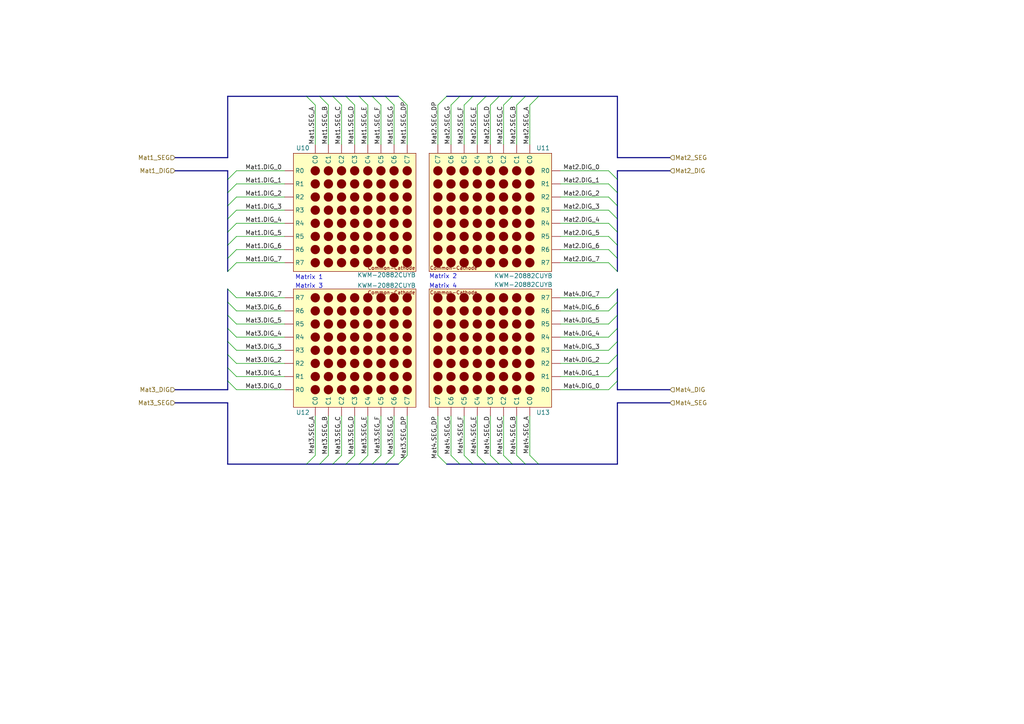
<source format=kicad_sch>
(kicad_sch (version 20231120) (generator "eeschema") (generator_version "8.0")
  (paper "A4")
  (title_block (title "Kitchen_Timer - LED Matrices Display") (date "2025-01-26") (rev "v01") (comment 2 "creativecommons.org/licences/4.0/") (comment 3 "Licence: CC BY 4.0") (comment 4 "Author: Nicolas Perozzi"))
  (lib_symbols
    (symbol "kitchen_timer-symbols_lib:LED_Matrix_KWM-2088XUYB"
      (property "Reference" "U" (at -23.368 20.828 0))
      (property "Value" "KWM-20882CUYB" (at 3.048 -17.018 0))
      (symbol "LED_Matrix_KWM-2088XUYB_1_1"
        (rectangle (start -24.13 19.05) (end 11.43 -15.24) (fill (type background)))
        (circle (center -17.78 -12.7) (radius 1.27) (fill (type outline)))
        (circle (center -17.78 -8.89) (radius 1.27) (fill (type outline)))
        (circle (center -17.78 -5.08) (radius 1.27) (fill (type outline)))
        (circle (center -17.78 -1.27) (radius 1.27) (fill (type outline)))
        (circle (center -17.78 2.54) (radius 1.27) (fill (type outline)))
        (circle (center -17.78 6.35) (radius 1.27) (fill (type outline)))
        (circle (center -17.78 10.16) (radius 1.27) (fill (type outline)))
        (circle (center -17.78 13.97) (radius 1.27) (fill (type outline)))
        (circle (center -13.97 -12.7) (radius 1.27) (fill (type outline)))
        (circle (center -13.97 -8.89) (radius 1.27) (fill (type outline)))
        (circle (center -13.97 -5.08) (radius 1.27) (fill (type outline)))
        (circle (center -13.97 -1.27) (radius 1.27) (fill (type outline)))
        (circle (center -13.97 2.54) (radius 1.27) (fill (type outline)))
        (circle (center -13.97 6.35) (radius 1.27) (fill (type outline)))
        (circle (center -13.97 10.16) (radius 1.27) (fill (type outline)))
        (circle (center -13.97 13.97) (radius 1.27) (fill (type outline)))
        (circle (center -10.16 -12.7) (radius 1.27) (fill (type outline)))
        (circle (center -10.16 -8.89) (radius 1.27) (fill (type outline)))
        (circle (center -10.16 -5.08) (radius 1.27) (fill (type outline)))
        (circle (center -10.16 -1.27) (radius 1.27) (fill (type outline)))
        (circle (center -10.16 2.54) (radius 1.27) (fill (type outline)))
        (circle (center -10.16 6.35) (radius 1.27) (fill (type outline)))
        (circle (center -10.16 10.16) (radius 1.27) (fill (type outline)))
        (circle (center -10.16 13.97) (radius 1.27) (fill (type outline)))
        (circle (center -6.35 -12.7) (radius 1.27) (fill (type outline)))
        (circle (center -6.35 -8.89) (radius 1.27) (fill (type outline)))
        (circle (center -6.35 -5.08) (radius 1.27) (fill (type outline)))
        (circle (center -6.35 -1.27) (radius 1.27) (fill (type outline)))
        (circle (center -6.35 2.54) (radius 1.27) (fill (type outline)))
        (circle (center -6.35 6.35) (radius 1.27) (fill (type outline)))
        (circle (center -6.35 10.16) (radius 1.27) (fill (type outline)))
        (circle (center -6.35 13.97) (radius 1.27) (fill (type outline)))
        (circle (center -2.54 -12.7) (radius 1.27) (fill (type outline)))
        (circle (center -2.54 -8.89) (radius 1.27) (fill (type outline)))
        (circle (center -2.54 -5.08) (radius 1.27) (fill (type outline)))
        (circle (center -2.54 -1.27) (radius 1.27) (fill (type outline)))
        (circle (center -2.54 2.54) (radius 1.27) (fill (type outline)))
        (circle (center -2.54 6.35) (radius 1.27) (fill (type outline)))
        (circle (center -2.54 10.16) (radius 1.27) (fill (type outline)))
        (circle (center -2.54 13.97) (radius 1.27) (fill (type outline)))
        (circle (center 1.27 -12.7) (radius 1.27) (fill (type outline)))
        (circle (center 1.27 -8.89) (radius 1.27) (fill (type outline)))
        (circle (center 1.27 -5.08) (radius 1.27) (fill (type outline)))
        (circle (center 1.27 -1.27) (radius 1.27) (fill (type outline)))
        (circle (center 1.27 2.54) (radius 1.27) (fill (type outline)))
        (circle (center 1.27 6.35) (radius 1.27) (fill (type outline)))
        (circle (center 1.27 10.16) (radius 1.27) (fill (type outline)))
        (circle (center 1.27 13.97) (radius 1.27) (fill (type outline)))
        (circle (center 5.08 -12.7) (radius 1.27) (fill (type outline)))
        (circle (center 5.08 -8.89) (radius 1.27) (fill (type outline)))
        (circle (center 5.08 -5.08) (radius 1.27) (fill (type outline)))
        (circle (center 5.08 -1.27) (radius 1.27) (fill (type outline)))
        (circle (center 5.08 2.54) (radius 1.27) (fill (type outline)))
        (circle (center 5.08 6.35) (radius 1.27) (fill (type outline)))
        (circle (center 5.08 10.16) (radius 1.27) (fill (type outline)))
        (circle (center 5.08 13.97) (radius 1.27) (fill (type outline)))
        (circle (center 8.89 -12.7) (radius 1.27) (fill (type outline)))
        (circle (center 8.89 -8.89) (radius 1.27) (fill (type outline)))
        (circle (center 8.89 -5.08) (radius 1.27) (fill (type outline)))
        (circle (center 8.89 -1.27) (radius 1.27) (fill (type outline)))
        (circle (center 8.89 2.54) (radius 1.27) (fill (type outline)))
        (circle (center 8.89 6.35) (radius 1.27) (fill (type outline)))
        (circle (center 8.89 10.16) (radius 1.27) (fill (type outline)))
        (circle (center 8.89 13.97) (radius 1.27) (fill (type outline)))
        (text "Common-Cathode" (at 4.318 -14.224 0) (effects (font (size 1 1))))
        (pin input line (at -17.78 21.59 270) (length 2.54) (name "C0") (number ""))
        (pin input line (at -13.97 21.59 270) (length 2.54) (name "C1") (number ""))
        (pin input line (at -10.16 21.59 270) (length 2.54) (name "C2") (number ""))
        (pin input line (at -6.35 21.59 270) (length 2.54) (name "C3") (number ""))
        (pin input line (at -2.54 21.59 270) (length 2.54) (name "C4") (number ""))
        (pin input line (at 1.27 21.59 270) (length 2.54) (name "C5") (number ""))
        (pin input line (at 5.08 21.59 270) (length 2.54) (name "C6") (number ""))
        (pin input line (at 8.89 21.59 270) (length 2.54) (name "C7") (number ""))
        (pin input line (at -26.67 13.97 0) (length 2.54) (name "R0") (number ""))
        (pin input line (at -26.67 10.16 0) (length 2.54) (name "R1") (number ""))
        (pin input line (at -26.67 6.35 0) (length 2.54) (name "R2") (number ""))
        (pin input line (at -26.67 2.54 0) (length 2.54) (name "R3") (number ""))
        (pin input line (at -26.67 -1.27 0) (length 2.54) (name "R4") (number ""))
        (pin input line (at -26.67 -5.08 0) (length 2.54) (name "R5") (number ""))
        (pin input line (at -26.67 -8.89 0) (length 2.54) (name "R6") (number ""))
        (pin input line (at -26.67 -12.7 0) (length 2.54) (name "R7") (number ""))
      )
    )
  )
  (bus_entry (at 179.07 95.25) (size -2.54 2.54))
  (bus_entry (at 179.07 83.82) (size -2.54 2.54))
  (bus_entry (at 66.04 110.49) (size 2.54 2.54))
  (bus_entry (at 66.04 83.82) (size 2.54 2.54))
  (bus_entry (at 104.14 27.94) (size 2.54 2.54))
  (bus_entry (at 100.33 27.94) (size 2.54 2.54))
  (bus_entry (at 179.07 55.88) (size -2.54 -2.54))
  (bus_entry (at 111.76 134.62) (size 2.54 -2.54))
  (bus_entry (at 115.57 134.62) (size 2.54 -2.54))
  (bus_entry (at 66.04 95.25) (size 2.54 2.54))
  (bus_entry (at 66.04 91.44) (size 2.54 2.54))
  (bus_entry (at 179.07 110.49) (size -2.54 2.54))
  (bus_entry (at 129.54 27.94) (size -2.54 2.54))
  (bus_entry (at 92.71 27.94) (size 2.54 2.54))
  (bus_entry (at 148.59 27.94) (size -2.54 2.54))
  (bus_entry (at 179.07 91.44) (size -2.54 2.54))
  (bus_entry (at 66.04 102.87) (size 2.54 2.54))
  (bus_entry (at 140.97 134.62) (size -2.54 -2.54))
  (bus_entry (at 156.21 27.94) (size -2.54 2.54))
  (bus_entry (at 66.04 55.88) (size 2.54 -2.54))
  (bus_entry (at 107.95 27.94) (size 2.54 2.54))
  (bus_entry (at 179.07 67.31) (size -2.54 -2.54))
  (bus_entry (at 137.16 27.94) (size -2.54 2.54))
  (bus_entry (at 129.54 134.62) (size -2.54 -2.54))
  (bus_entry (at 115.57 27.94) (size 2.54 2.54))
  (bus_entry (at 133.35 134.62) (size -2.54 -2.54))
  (bus_entry (at 156.21 134.62) (size -2.54 -2.54))
  (bus_entry (at 88.9 134.62) (size 2.54 -2.54))
  (bus_entry (at 152.4 134.62) (size -2.54 -2.54))
  (bus_entry (at 107.95 134.62) (size 2.54 -2.54))
  (bus_entry (at 96.52 134.62) (size 2.54 -2.54))
  (bus_entry (at 144.78 27.94) (size -2.54 2.54))
  (bus_entry (at 179.07 78.74) (size -2.54 -2.54))
  (bus_entry (at 66.04 78.74) (size 2.54 -2.54))
  (bus_entry (at 179.07 52.07) (size -2.54 -2.54))
  (bus_entry (at 148.59 134.62) (size -2.54 -2.54))
  (bus_entry (at 96.52 27.94) (size 2.54 2.54))
  (bus_entry (at 66.04 99.06) (size 2.54 2.54))
  (bus_entry (at 179.07 74.93) (size -2.54 -2.54))
  (bus_entry (at 179.07 106.68) (size -2.54 2.54))
  (bus_entry (at 179.07 59.69) (size -2.54 -2.54))
  (bus_entry (at 92.71 134.62) (size 2.54 -2.54))
  (bus_entry (at 179.07 71.12) (size -2.54 -2.54))
  (bus_entry (at 152.4 27.94) (size -2.54 2.54))
  (bus_entry (at 104.14 134.62) (size 2.54 -2.54))
  (bus_entry (at 140.97 27.94) (size -2.54 2.54))
  (bus_entry (at 179.07 99.06) (size -2.54 2.54))
  (bus_entry (at 66.04 106.68) (size 2.54 2.54))
  (bus_entry (at 100.33 134.62) (size 2.54 -2.54))
  (bus_entry (at 88.9 27.94) (size 2.54 2.54))
  (bus_entry (at 66.04 87.63) (size 2.54 2.54))
  (bus_entry (at 179.07 102.87) (size -2.54 2.54))
  (bus_entry (at 137.16 134.62) (size -2.54 -2.54))
  (bus_entry (at 66.04 59.69) (size 2.54 -2.54))
  (bus_entry (at 179.07 87.63) (size -2.54 2.54))
  (bus_entry (at 66.04 52.07) (size 2.54 -2.54))
  (bus_entry (at 66.04 67.31) (size 2.54 -2.54))
  (bus_entry (at 144.78 134.62) (size -2.54 -2.54))
  (bus_entry (at 179.07 63.5) (size -2.54 -2.54))
  (bus_entry (at 66.04 71.12) (size 2.54 -2.54))
  (bus_entry (at 66.04 63.5) (size 2.54 -2.54))
  (bus_entry (at 133.35 27.94) (size -2.54 2.54))
  (bus_entry (at 111.76 27.94) (size 2.54 2.54))
  (bus_entry (at 66.04 74.93) (size 2.54 -2.54))
  (bus (pts (xy 107.95 27.94) (xy 111.76 27.94)))
  (wire (pts (xy 68.58 53.34) (xy 82.55 53.34)))
  (wire (pts (xy 68.58 97.79) (xy 82.55 97.79)))
  (bus (pts (xy 194.31 113.03) (xy 179.07 113.03)))
  (bus (pts (xy 137.16 134.62) (xy 133.35 134.62)))
  (wire (pts (xy 176.53 105.41) (xy 162.56 105.41)))
  (wire (pts (xy 99.06 132.08) (xy 99.06 120.65)))
  (wire (pts (xy 146.05 132.08) (xy 146.05 120.65)))
  (bus (pts (xy 50.8 45.72) (xy 66.04 45.72)))
  (bus (pts (xy 66.04 91.44) (xy 66.04 87.63)))
  (wire (pts (xy 176.53 93.98) (xy 162.56 93.98)))
  (bus (pts (xy 140.97 134.62) (xy 137.16 134.62)))
  (wire (pts (xy 176.53 68.58) (xy 162.56 68.58)))
  (bus (pts (xy 50.8 49.53) (xy 66.04 49.53)))
  (wire (pts (xy 146.05 30.48) (xy 146.05 41.91)))
  (wire (pts (xy 68.58 76.2) (xy 82.55 76.2)))
  (bus (pts (xy 66.04 45.72) (xy 66.04 27.94)))
  (wire (pts (xy 176.53 60.96) (xy 162.56 60.96)))
  (bus (pts (xy 148.59 27.94) (xy 144.78 27.94)))
  (bus (pts (xy 137.16 27.94) (xy 133.35 27.94)))
  (wire (pts (xy 68.58 90.17) (xy 82.55 90.17)))
  (bus (pts (xy 179.07 59.69) (xy 179.07 63.5)))
  (wire (pts (xy 68.58 57.15) (xy 82.55 57.15)))
  (bus (pts (xy 66.04 110.49) (xy 66.04 106.68)))
  (bus (pts (xy 194.31 49.53) (xy 179.07 49.53)))
  (bus (pts (xy 66.04 67.31) (xy 66.04 71.12)))
  (bus (pts (xy 66.04 99.06) (xy 66.04 95.25)))
  (bus (pts (xy 152.4 27.94) (xy 148.59 27.94)))
  (wire (pts (xy 68.58 72.39) (xy 82.55 72.39)))
  (wire (pts (xy 138.43 30.48) (xy 138.43 41.91)))
  (bus (pts (xy 179.07 45.72) (xy 179.07 27.94)))
  (wire (pts (xy 110.49 132.08) (xy 110.49 120.65)))
  (bus (pts (xy 156.21 134.62) (xy 152.4 134.62)))
  (bus (pts (xy 179.07 87.63) (xy 179.07 83.82)))
  (wire (pts (xy 68.58 113.03) (xy 82.55 113.03)))
  (wire (pts (xy 91.44 30.48) (xy 91.44 41.91)))
  (wire (pts (xy 176.53 76.2) (xy 162.56 76.2)))
  (bus (pts (xy 179.07 106.68) (xy 179.07 102.87)))
  (wire (pts (xy 106.68 132.08) (xy 106.68 120.65)))
  (bus (pts (xy 156.21 27.94) (xy 152.4 27.94)))
  (wire (pts (xy 68.58 64.77) (xy 82.55 64.77)))
  (wire (pts (xy 91.44 132.08) (xy 91.44 120.65)))
  (bus (pts (xy 179.07 95.25) (xy 179.07 91.44)))
  (bus (pts (xy 50.8 113.03) (xy 66.04 113.03)))
  (wire (pts (xy 134.62 132.08) (xy 134.62 120.65)))
  (wire (pts (xy 142.24 30.48) (xy 142.24 41.91)))
  (bus (pts (xy 104.14 134.62) (xy 107.95 134.62)))
  (bus (pts (xy 111.76 27.94) (xy 115.57 27.94)))
  (bus (pts (xy 100.33 134.62) (xy 104.14 134.62)))
  (bus (pts (xy 111.76 134.62) (xy 115.57 134.62)))
  (wire (pts (xy 118.11 30.48) (xy 118.11 41.91)))
  (bus (pts (xy 148.59 134.62) (xy 144.78 134.62)))
  (wire (pts (xy 68.58 68.58) (xy 82.55 68.58)))
  (wire (pts (xy 130.81 30.48) (xy 130.81 41.91)))
  (wire (pts (xy 68.58 86.36) (xy 82.55 86.36)))
  (bus (pts (xy 179.07 113.03) (xy 179.07 110.49)))
  (bus (pts (xy 179.07 99.06) (xy 179.07 95.25)))
  (bus (pts (xy 66.04 55.88) (xy 66.04 59.69)))
  (wire (pts (xy 118.11 132.08) (xy 118.11 120.65)))
  (bus (pts (xy 66.04 27.94) (xy 88.9 27.94)))
  (bus (pts (xy 92.71 134.62) (xy 96.52 134.62)))
  (wire (pts (xy 134.62 30.48) (xy 134.62 41.91)))
  (bus (pts (xy 66.04 71.12) (xy 66.04 74.93)))
  (bus (pts (xy 66.04 113.03) (xy 66.04 110.49)))
  (bus (pts (xy 179.07 74.93) (xy 179.07 78.74)))
  (bus (pts (xy 133.35 134.62) (xy 129.54 134.62)))
  (wire (pts (xy 127 30.48) (xy 127 41.91)))
  (wire (pts (xy 138.43 132.08) (xy 138.43 120.65)))
  (wire (pts (xy 106.68 30.48) (xy 106.68 41.91)))
  (bus (pts (xy 88.9 134.62) (xy 92.71 134.62)))
  (wire (pts (xy 68.58 93.98) (xy 82.55 93.98)))
  (bus (pts (xy 66.04 52.07) (xy 66.04 55.88)))
  (bus (pts (xy 179.07 67.31) (xy 179.07 71.12)))
  (bus (pts (xy 179.07 110.49) (xy 179.07 106.68)))
  (bus (pts (xy 66.04 134.62) (xy 88.9 134.62)))
  (wire (pts (xy 68.58 60.96) (xy 82.55 60.96)))
  (wire (pts (xy 176.53 86.36) (xy 162.56 86.36)))
  (wire (pts (xy 176.53 64.77) (xy 162.56 64.77)))
  (bus (pts (xy 107.95 134.62) (xy 111.76 134.62)))
  (bus (pts (xy 194.31 45.72) (xy 179.07 45.72)))
  (bus (pts (xy 66.04 106.68) (xy 66.04 102.87)))
  (bus (pts (xy 152.4 134.62) (xy 148.59 134.62)))
  (bus (pts (xy 66.04 74.93) (xy 66.04 78.74)))
  (bus (pts (xy 179.07 71.12) (xy 179.07 74.93)))
  (bus (pts (xy 194.31 116.84) (xy 179.07 116.84)))
  (bus (pts (xy 179.07 27.94) (xy 156.21 27.94)))
  (wire (pts (xy 176.53 57.15) (xy 162.56 57.15)))
  (wire (pts (xy 68.58 49.53) (xy 82.55 49.53)))
  (bus (pts (xy 179.07 63.5) (xy 179.07 67.31)))
  (wire (pts (xy 95.25 132.08) (xy 95.25 120.65)))
  (wire (pts (xy 95.25 30.48) (xy 95.25 41.91)))
  (wire (pts (xy 176.53 109.22) (xy 162.56 109.22)))
  (bus (pts (xy 66.04 59.69) (xy 66.04 63.5)))
  (wire (pts (xy 149.86 30.48) (xy 149.86 41.91)))
  (wire (pts (xy 130.81 132.08) (xy 130.81 120.65)))
  (bus (pts (xy 96.52 134.62) (xy 100.33 134.62)))
  (wire (pts (xy 176.53 90.17) (xy 162.56 90.17)))
  (wire (pts (xy 176.53 97.79) (xy 162.56 97.79)))
  (bus (pts (xy 66.04 63.5) (xy 66.04 67.31)))
  (wire (pts (xy 114.3 132.08) (xy 114.3 120.65)))
  (bus (pts (xy 179.07 55.88) (xy 179.07 59.69)))
  (bus (pts (xy 100.33 27.94) (xy 104.14 27.94)))
  (bus (pts (xy 92.71 27.94) (xy 96.52 27.94)))
  (bus (pts (xy 96.52 27.94) (xy 100.33 27.94)))
  (bus (pts (xy 66.04 95.25) (xy 66.04 91.44)))
  (bus (pts (xy 179.07 102.87) (xy 179.07 99.06)))
  (wire (pts (xy 114.3 30.48) (xy 114.3 41.91)))
  (bus (pts (xy 144.78 27.94) (xy 140.97 27.94)))
  (wire (pts (xy 68.58 101.6) (xy 82.55 101.6)))
  (wire (pts (xy 142.24 132.08) (xy 142.24 120.65)))
  (bus (pts (xy 50.8 116.84) (xy 66.04 116.84)))
  (wire (pts (xy 149.86 132.08) (xy 149.86 120.65)))
  (wire (pts (xy 176.53 53.34) (xy 162.56 53.34)))
  (wire (pts (xy 176.53 101.6) (xy 162.56 101.6)))
  (wire (pts (xy 68.58 105.41) (xy 82.55 105.41)))
  (bus (pts (xy 179.07 49.53) (xy 179.07 52.07)))
  (wire (pts (xy 102.87 30.48) (xy 102.87 41.91)))
  (bus (pts (xy 66.04 116.84) (xy 66.04 134.62)))
  (bus (pts (xy 66.04 49.53) (xy 66.04 52.07)))
  (bus (pts (xy 179.07 91.44) (xy 179.07 87.63)))
  (wire (pts (xy 68.58 109.22) (xy 82.55 109.22)))
  (wire (pts (xy 176.53 72.39) (xy 162.56 72.39)))
  (wire (pts (xy 153.67 30.48) (xy 153.67 41.91)))
  (wire (pts (xy 153.67 132.08) (xy 153.67 120.65)))
  (bus (pts (xy 179.07 52.07) (xy 179.07 55.88)))
  (bus (pts (xy 179.07 134.62) (xy 156.21 134.62)))
  (bus (pts (xy 104.14 27.94) (xy 107.95 27.94)))
  (bus (pts (xy 144.78 134.62) (xy 140.97 134.62)))
  (bus (pts (xy 66.04 87.63) (xy 66.04 83.82)))
  (wire (pts (xy 127 132.08) (xy 127 120.65)))
  (wire (pts (xy 102.87 132.08) (xy 102.87 120.65)))
  (bus (pts (xy 179.07 116.84) (xy 179.07 134.62)))
  (wire (pts (xy 99.06 30.48) (xy 99.06 41.91)))
  (wire (pts (xy 176.53 113.03) (xy 162.56 113.03)))
  (bus (pts (xy 66.04 102.87) (xy 66.04 99.06)))
  (wire (pts (xy 110.49 30.48) (xy 110.49 41.91)))
  (bus (pts (xy 140.97 27.94) (xy 137.16 27.94)))
  (bus (pts (xy 133.35 27.94) (xy 129.54 27.94)))
  (bus (pts (xy 88.9 27.94) (xy 92.71 27.94)))
  (wire (pts (xy 176.53 49.53) (xy 162.56 49.53)))
  (text "Matrix 2" (at 128.524 80.264 0) (effects (font (size 1.27 1.27))))
  (text "Matrix 3" (at 89.662 83.058 0) (effects (font (size 1.27 1.27))))
  (text "Matrix 1" (at 89.662 80.518 0) (effects (font (size 1.27 1.27))))
  (text "Matrix 4" (at 128.524 83.058 0) (effects (font (size 1.27 1.27))))
  (label "Mat3.DIG_7" (at 71.12 86.36 0))
  (label "Mat1.DIG_3" (at 71.12 60.96 0))
  (label "Mat4.DIG_2" (at 173.99 105.41 180))
  (label "Mat1.DIG_1" (at 71.12 53.34 0))
  (label "Mat3.DIG_4" (at 71.12 97.79 0))
  (label "Mat4.DIG_5" (at 173.99 93.98 180))
  (label "Mat1.DIG_6" (at 71.12 72.39 0))
  (label "Mat2.SEG_C" (at 146.05 41.91 90))
  (label "Mat4.SEG_DP" (at 127 120.65 270))
  (label "Mat3.SEG_G" (at 114.3 120.65 270))
  (label "Mat3.DIG_2" (at 71.12 105.41 0))
  (label "Mat3.DIG_6" (at 71.12 90.17 0))
  (label "Mat4.SEG_D" (at 142.24 120.65 270))
  (label "Mat1.SEG_F" (at 110.49 41.91 90))
  (label "Mat2.SEG_G" (at 130.81 41.91 90))
  (label "Mat1.SEG_DP" (at 118.11 41.91 90))
  (label "Mat4.DIG_1" (at 173.99 109.22 180))
  (label "Mat2.SEG_B" (at 149.86 41.91 90))
  (label "Mat1.DIG_5" (at 71.12 68.58 0))
  (label "Mat1.DIG_7" (at 71.12 76.2 0))
  (label "Mat1.SEG_D" (at 102.87 41.91 90))
  (label "Mat2.DIG_5" (at 173.99 68.58 180))
  (label "Mat4.SEG_E" (at 138.43 120.65 270))
  (label "Mat2.SEG_DP" (at 127 41.91 90))
  (label "Mat3.DIG_5" (at 71.12 93.98 0))
  (label "Mat1.DIG_0" (at 71.12 49.53 0))
  (label "Mat2.SEG_E" (at 138.43 41.91 90))
  (label "Mat2.DIG_7" (at 173.99 76.2 180))
  (label "Mat4.DIG_4" (at 173.99 97.79 180))
  (label "Mat4.SEG_C" (at 146.05 120.65 270))
  (label "Mat4.SEG_G" (at 130.81 120.65 270))
  (label "Mat2.SEG_A" (at 153.67 41.91 90))
  (label "Mat3.SEG_DP" (at 118.11 120.65 270))
  (label "Mat2.DIG_6" (at 173.99 72.39 180))
  (label "Mat4.DIG_3" (at 173.99 101.6 180))
  (label "Mat2.DIG_1" (at 173.99 53.34 180))
  (label "Mat1.SEG_A" (at 91.44 41.91 90))
  (label "Mat4.SEG_B" (at 149.86 120.65 270))
  (label "Mat3.DIG_1" (at 71.12 109.22 0))
  (label "Mat4.DIG_7" (at 173.99 86.36 180))
  (label "Mat1.SEG_B" (at 95.25 41.91 90))
  (label "Mat3.SEG_A" (at 91.44 120.65 270))
  (label "Mat1.SEG_E" (at 106.68 41.91 90))
  (label "Mat4.SEG_A" (at 153.67 120.65 270))
  (label "Mat3.SEG_E" (at 106.68 120.65 270))
  (label "Mat2.SEG_D" (at 142.24 41.91 90))
  (label "Mat2.DIG_2" (at 173.99 57.15 180))
  (label "Mat3.SEG_C" (at 99.06 120.65 270))
  (label "Mat2.SEG_F" (at 134.62 41.91 90))
  (label "Mat4.DIG_0" (at 173.99 113.03 180))
  (label "Mat1.SEG_C" (at 99.06 41.91 90))
  (label "Mat3.DIG_0" (at 71.12 113.03 0))
  (label "Mat1.DIG_2" (at 71.12 57.15 0))
  (label "Mat4.DIG_6" (at 173.99 90.17 180))
  (label "Mat2.DIG_0" (at 173.99 49.53 180))
  (label "Mat3.SEG_F" (at 110.49 120.65 270))
  (label "Mat4.SEG_F" (at 134.62 120.65 270))
  (label "Mat3.SEG_D" (at 102.87 120.65 270))
  (label "Mat3.SEG_B" (at 95.25 120.65 270))
  (label "Mat2.DIG_3" (at 173.99 60.96 180))
  (label "Mat2.DIG_4" (at 173.99 64.77 180))
  (label "Mat1.SEG_G" (at 114.3 41.91 90))
  (label "Mat1.DIG_4" (at 71.12 64.77 0))
  (label "Mat3.DIG_3" (at 71.12 101.6 0))
  (hierarchical_label "Mat1_SEG" (shape input) (at 50.8 45.72 180))
  (hierarchical_label "Mat3_DIG" (shape input) (at 50.8 113.03 180))
  (hierarchical_label "Mat4_DIG" (shape input) (at 194.31 113.03 0))
  (hierarchical_label "Mat1_DIG" (shape input) (at 50.8 49.53 180))
  (hierarchical_label "Mat2_SEG" (shape input) (at 194.31 45.72 0))
  (hierarchical_label "Mat3_SEG" (shape input) (at 50.8 116.84 180))
  (hierarchical_label "Mat4_SEG" (shape input) (at 194.31 116.84 0))
  (hierarchical_label "Mat2_DIG" (shape input) (at 194.31 49.53 0))
  (symbol (lib_id "kitchen_timer-symbols_lib:LED_Matrix_KWM-2088XUYB") (at 135.89 99.06 180) (unit 1)
    (property "Reference" "U13" (at 159.512 119.634 0) (effects (justify left)))
    (property "Value" "KWM-20882CUYB" (at 160.274 82.55 0) (effects (justify left)))
  )
  (symbol (lib_id "kitchen_timer-symbols_lib:LED_Matrix_KWM-2088XUYB") (at 135.89 63.5 0) (mirror y) (unit 1)
    (property "Reference" "U11" (at 159.512 42.926 0) (effects (justify left)))
    (property "Value" "KWM-20882CUYB" (at 160.274 80.01 0) (effects (justify left)))
  )
  (symbol (lib_id "kitchen_timer-symbols_lib:LED_Matrix_KWM-2088XUYB") (at 109.22 99.06 0) (mirror x) (unit 1)
    (property "Reference" "U12" (at 85.852 119.634 0) (effects (justify left)))
    (property "Value" "KWM-20882CUYB" (at 103.632 82.804 0) (effects (justify left)))
  )
  (symbol (lib_id "kitchen_timer-symbols_lib:LED_Matrix_KWM-2088XUYB") (at 109.22 63.5 0) (unit 1)
    (property "Reference" "U10" (at 85.852 42.926 0) (effects (justify left)))
    (property "Value" "KWM-20882CUYB" (at 103.632 79.756 0) (effects (justify left)))
  )
)
</source>
